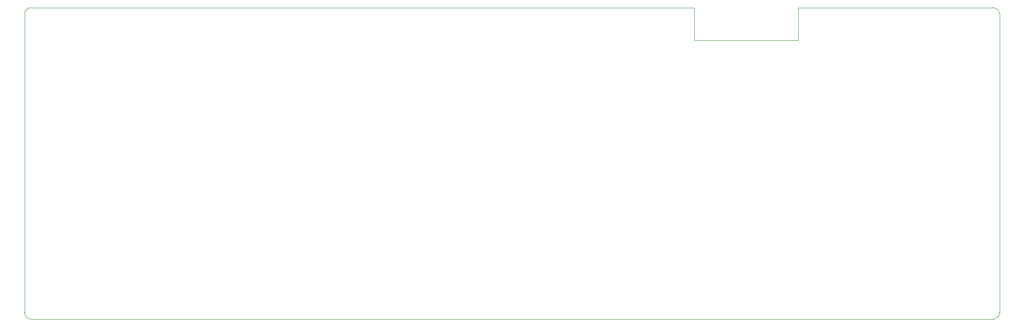
<source format=gbr>
%TF.GenerationSoftware,KiCad,Pcbnew,(5.1.6-0-10_14)*%
%TF.CreationDate,2020-10-26T15:40:05+01:00*%
%TF.ProjectId,GenericEPaperRemote,47656e65-7269-4634-9550-617065725265,rev?*%
%TF.SameCoordinates,Original*%
%TF.FileFunction,Profile,NP*%
%FSLAX46Y46*%
G04 Gerber Fmt 4.6, Leading zero omitted, Abs format (unit mm)*
G04 Created by KiCad (PCBNEW (5.1.6-0-10_14)) date 2020-10-26 15:40:05*
%MOMM*%
%LPD*%
G01*
G04 APERTURE LIST*
%TA.AperFunction,Profile*%
%ADD10C,0.050000*%
%TD*%
G04 APERTURE END LIST*
D10*
X212090000Y-80010000D02*
X212090000Y-86360000D01*
X82550000Y-140970000D02*
X270510000Y-140970000D01*
X212090000Y-80010000D02*
X82550000Y-80010000D01*
X270510000Y-80010000D02*
X232410000Y-80010000D01*
X271780000Y-139700000D02*
X271780000Y-81280000D01*
X271780000Y-139700000D02*
G75*
G02*
X270510000Y-140970000I-1270000J0D01*
G01*
X270510000Y-80010000D02*
G75*
G02*
X271780000Y-81280000I0J-1270000D01*
G01*
X81280000Y-139700000D02*
X81280000Y-81280000D01*
X82550000Y-140970000D02*
G75*
G02*
X81280000Y-139700000I0J1270000D01*
G01*
X81280000Y-81280000D02*
G75*
G02*
X82550000Y-80010000I1270000J0D01*
G01*
X232410000Y-86360000D02*
X212090000Y-86360000D01*
X232410000Y-80010000D02*
X232410000Y-86360000D01*
M02*

</source>
